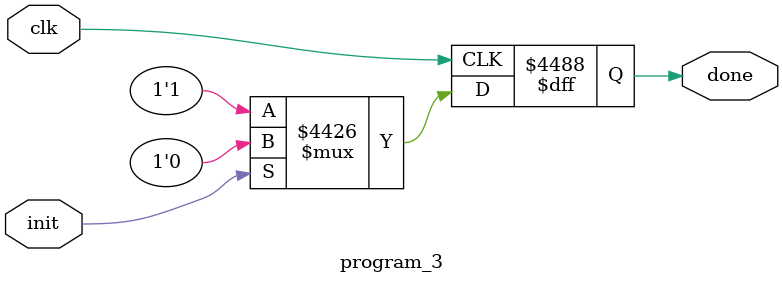
<source format=sv>
/* Program 3. Closest pair -- 
Write a program to find the least distance between all pairs 
of values in an array of 20 bytes.  
Assume all values are signed 8-bit integers.  
The array of integers starts at location 128. 
Write the minimum distance in location 127.
*/
module program_3(
  input        clk,
               init,
  output logic done);
  logic signed[7:0] data_ram[256];         // raw data 
  logic       [7:0] data_ram1[256];		   // abs value of diffs
  logic       [7:0] cycle_ct;

  always @(posedge clk)
    if(init) begin
	  done        = 0;
      cycle_ct    = 0;
	  data_ram1[126] = 255;
	  data_ram1[127] = 255;
    end 
    else begin							   // triangular search pattern
      for(int k=129;k<148;k++) begin
	    for(int j=128;j<k;j++) begin
		  cycle_ct = cycle_ct + 1;
		  if(data_ram[k]>data_ram[j])
		    data_ram1[126]    = data_ram[k]-data_ram[j];
		  else 
		    data_ram1[126] = data_ram[j]-data_ram[k];
		  if(data_ram1[126]<data_ram1[127])
		    data_ram1[127] = data_ram1[126]; 
//          $display(data_ram[j],,data_ram[k],,data_ram1[126],,data_ram1[127]);
		end
	  end
      done = 1;
	end



endmodule
</source>
